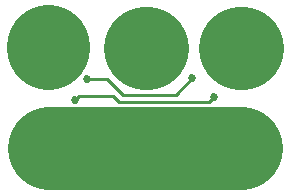
<source format=gbl>
%TF.GenerationSoftware,KiCad,Pcbnew,4.0.7-e2-6376~58~ubuntu16.04.1*%
%TF.CreationDate,2018-05-31T06:19:36-07:00*%
%TF.ProjectId,2x3-LED-RGB-A-SMT,3278332D4C45442D5247422D412D534D,1.0*%
%TF.FileFunction,Copper,L2,Bot,Signal*%
%FSLAX46Y46*%
G04 Gerber Fmt 4.6, Leading zero omitted, Abs format (unit mm)*
G04 Created by KiCad (PCBNEW 4.0.7-e2-6376~58~ubuntu16.04.1) date Thu May 31 06:19:36 2018*
%MOMM*%
%LPD*%
G01*
G04 APERTURE LIST*
%ADD10C,0.350000*%
%ADD11C,7.000000*%
%ADD12C,6.000000*%
%ADD13C,0.685800*%
%ADD14C,0.254000*%
%ADD15C,0.330200*%
%ADD16C,0.330200*%
%ADD17C,0.350000*%
G04 APERTURE END LIST*
D10*
D11*
X12955000Y-33710000D02*
X13155000Y-33710000D01*
X4755000Y-33710000D02*
X4755000Y-33510000D01*
X20955000Y-33710000D02*
X21155000Y-33710000D01*
X4855000Y-42160000D02*
X21105000Y-42160000D01*
D12*
X4955000Y-41910000D03*
X4955000Y-33910000D03*
X12955000Y-41910000D03*
X12955000Y-33910000D03*
X20955000Y-33910000D03*
X20955000Y-41910000D03*
D13*
X18796000Y-37846000D03*
X6985000Y-38100000D03*
X16967200Y-36271200D03*
X8026400Y-36322000D03*
D14*
X10718800Y-38252400D02*
X18389600Y-38252400D01*
X18389600Y-38252400D02*
X18796000Y-37846000D01*
X10223501Y-37757101D02*
X10718800Y-38252400D01*
X6985000Y-38100000D02*
X7327899Y-37757101D01*
X7327899Y-37757101D02*
X10223501Y-37757101D01*
X16967200Y-36271200D02*
X15544800Y-37693600D01*
X15544800Y-37693600D02*
X11074400Y-37693600D01*
X11074400Y-37693600D02*
X9702800Y-36322000D01*
X9702800Y-36322000D02*
X8026400Y-36322000D01*
D15*
X12955000Y-41910000D02*
X20955000Y-41910000D01*
X4955000Y-41910000D02*
X12955000Y-41910000D01*
D16*
X18796000Y-37846000D03*
X6985000Y-38100000D03*
X16967200Y-36271200D03*
X8026400Y-36322000D03*
D17*
X4955000Y-41910000D03*
X4955000Y-33910000D03*
X12955000Y-41910000D03*
X12955000Y-33910000D03*
X20955000Y-33910000D03*
X20955000Y-41910000D03*
M02*

</source>
